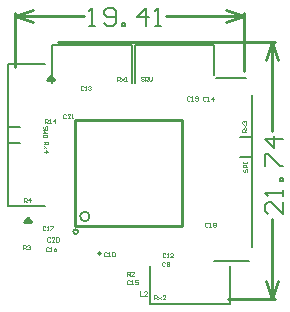
<source format=gto>
%FSLAX44Y44*%
%MOMM*%
G71*
G01*
G75*
G04 Layer_Color=65535*
%ADD10R,0.5500X0.6000*%
%ADD11R,0.8000X0.8000*%
%ADD12R,0.6000X0.5500*%
%ADD13R,1.4000X1.1500*%
%ADD14R,1.5000X0.3000*%
%ADD15R,0.3000X1.5000*%
G04:AMPARAMS|DCode=16|XSize=1.5mm|YSize=0.3mm|CornerRadius=0mm|HoleSize=0mm|Usage=FLASHONLY|Rotation=90.000|XOffset=0mm|YOffset=0mm|HoleType=Round|Shape=Octagon|*
%AMOCTAGOND16*
4,1,8,0.0750,0.7500,-0.0750,0.7500,-0.1500,0.6750,-0.1500,-0.6750,-0.0750,-0.7500,0.0750,-0.7500,0.1500,-0.6750,0.1500,0.6750,0.0750,0.7500,0.0*
%
%ADD16OCTAGOND16*%

%ADD17C,0.2000*%
%ADD18C,0.5000*%
%ADD19C,0.2540*%
%ADD20C,0.3000*%
%ADD21C,0.2032*%
%ADD22C,0.3048*%
%ADD23C,0.1778*%
%ADD24C,0.3500*%
%ADD25C,0.1800*%
%ADD26R,1.0160X1.5240*%
%ADD27O,1.0160X1.5240*%
%ADD28O,1.5240X1.0160*%
%ADD29R,1.5240X1.0160*%
G04:AMPARAMS|DCode=30|XSize=1.016mm|YSize=1.524mm|CornerRadius=0mm|HoleSize=0mm|Usage=FLASHONLY|Rotation=90.000|XOffset=0mm|YOffset=0mm|HoleType=Round|Shape=Octagon|*
%AMOCTAGOND30*
4,1,8,-0.7620,-0.2540,-0.7620,0.2540,-0.5080,0.5080,0.5080,0.5080,0.7620,0.2540,0.7620,-0.2540,0.5080,-0.5080,-0.5080,-0.5080,-0.7620,-0.2540,0.0*
%
%ADD30OCTAGOND30*%

%ADD31C,0.8000*%
%ADD32C,1.5000*%
%ADD33C,1.0160*%
%ADD34C,1.0000*%
%ADD35C,1.6160*%
%ADD36C,1.4160*%
%ADD37C,2.0160*%
%ADD38R,0.9500X0.9500*%
%ADD39R,1.3000X0.5000*%
%ADD40R,0.5000X1.1000*%
%ADD41R,0.9500X0.9500*%
%ADD42R,0.8000X1.2000*%
%ADD43P,1.3435X4X270.0*%
%ADD44R,0.6000X1.2000*%
G04:AMPARAMS|DCode=45|XSize=0.55mm|YSize=0.6mm|CornerRadius=0mm|HoleSize=0mm|Usage=FLASHONLY|Rotation=135.000|XOffset=0mm|YOffset=0mm|HoleType=Round|Shape=Rectangle|*
%AMROTATEDRECTD45*
4,1,4,0.4066,0.0177,-0.0177,-0.4066,-0.4066,-0.0177,0.0177,0.4066,0.4066,0.0177,0.0*
%
%ADD45ROTATEDRECTD45*%

G04:AMPARAMS|DCode=46|XSize=0.55mm|YSize=0.6mm|CornerRadius=0mm|HoleSize=0mm|Usage=FLASHONLY|Rotation=45.000|XOffset=0mm|YOffset=0mm|HoleType=Round|Shape=Rectangle|*
%AMROTATEDRECTD46*
4,1,4,0.0177,-0.4066,-0.4066,0.0177,-0.0177,0.4066,0.4066,-0.0177,0.0177,-0.4066,0.0*
%
%ADD46ROTATEDRECTD46*%

%ADD47R,1.1000X0.6500*%
G04:AMPARAMS|DCode=48|XSize=0.3454mm|YSize=0.7238mm|CornerRadius=0mm|HoleSize=0mm|Usage=FLASHONLY|Rotation=225.000|XOffset=0mm|YOffset=0mm|HoleType=Round|Shape=Octagon|*
%AMOCTAGOND48*
4,1,8,0.3170,-0.1948,0.1948,-0.3170,0.0727,-0.3170,-0.3170,0.0727,-0.3170,0.1948,-0.1948,0.3170,-0.0727,0.3170,0.3170,-0.0727,0.3170,-0.1948,0.0*
%
%ADD48OCTAGOND48*%

G04:AMPARAMS|DCode=49|XSize=0.3454mm|YSize=0.8mm|CornerRadius=0mm|HoleSize=0mm|Usage=FLASHONLY|Rotation=225.000|XOffset=0mm|YOffset=0mm|HoleType=Round|Shape=Rectangle|*
%AMROTATEDRECTD49*
4,1,4,-0.1607,0.4050,0.4050,-0.1607,0.1607,-0.4050,-0.4050,0.1607,-0.1607,0.4050,0.0*
%
%ADD49ROTATEDRECTD49*%

G04:AMPARAMS|DCode=50|XSize=0.3454mm|YSize=0.8mm|CornerRadius=0mm|HoleSize=0mm|Usage=FLASHONLY|Rotation=135.000|XOffset=0mm|YOffset=0mm|HoleType=Round|Shape=Rectangle|*
%AMROTATEDRECTD50*
4,1,4,0.4050,0.1607,-0.1607,-0.4050,-0.4050,-0.1607,0.1607,0.4050,0.4050,0.1607,0.0*
%
%ADD50ROTATEDRECTD50*%

G04:AMPARAMS|DCode=51|XSize=0.3454mm|YSize=0.8mm|CornerRadius=0mm|HoleSize=0mm|Usage=FLASHONLY|Rotation=135.000|XOffset=0mm|YOffset=0mm|HoleType=Round|Shape=Octagon|*
%AMOCTAGOND51*
4,1,8,-0.2218,-0.3439,-0.3439,-0.2218,-0.3439,-0.0997,0.0997,0.3439,0.2218,0.3439,0.3439,0.2218,0.3439,0.0997,-0.0997,-0.3439,-0.2218,-0.3439,0.0*
%
%ADD51OCTAGOND51*%

G04:AMPARAMS|DCode=52|XSize=0.3454mm|YSize=0.7238mm|CornerRadius=0mm|HoleSize=0mm|Usage=FLASHONLY|Rotation=135.000|XOffset=0mm|YOffset=0mm|HoleType=Round|Shape=Octagon|*
%AMOCTAGOND52*
4,1,8,-0.1948,-0.3170,-0.3170,-0.1948,-0.3170,-0.0727,0.0727,0.3170,0.1948,0.3170,0.3170,0.1948,0.3170,0.0727,-0.0727,-0.3170,-0.1948,-0.3170,0.0*
%
%ADD52OCTAGOND52*%

%ADD53C,0.1700*%
%ADD54C,0.1270*%
%ADD55C,0.1000*%
%ADD56C,0.1524*%
D17*
X-21584Y-71114D02*
G03*
X-21584Y-71114I-1000J0D01*
G01*
X-30960Y-39706D02*
G03*
X-30960Y-39706I-4000J0D01*
G01*
X-40634Y-52572D02*
G03*
X-40634Y-52572I-2000J0D01*
G01*
D19*
X-93974Y87048D02*
Y132842D01*
X100082Y83238D02*
Y132842D01*
X-93974Y130302D02*
X-35544D01*
X33524D02*
X100082D01*
X-93974D02*
X-78734Y125222D01*
X-93974Y130302D02*
X-78734Y135382D01*
X84842D02*
X100082Y130302D01*
X84842Y125222D02*
X100082Y130302D01*
X86540Y-109214D02*
X125984D01*
X-57732Y108210D02*
X125984D01*
X123444Y-109214D02*
Y-41639D01*
Y32507D02*
Y108210D01*
Y-109214D02*
X128524Y-93974D01*
X118364D02*
X123444Y-109214D01*
X118364Y92970D02*
X123444Y108210D01*
X128524Y92970D01*
X-66802Y76200D02*
X-63754Y79248D01*
X-66802Y76200D02*
X-60706D01*
X-63754Y79248D02*
X-60706Y76200D01*
X-86360Y-44196D02*
X-83312Y-41148D01*
X-86360Y-44196D02*
X-80264D01*
X-83312Y-41148D02*
X-80264Y-44196D01*
X-42960Y-47706D02*
X47040D01*
X-42960D02*
Y42294D01*
X47040Y42294D01*
X47040Y-47706D02*
X47040Y42294D01*
D54*
X74358Y-77386D02*
X104146D01*
X76206Y77698D02*
X101352D01*
X106358Y10198D02*
Y63506D01*
X-100250Y-31204D02*
X-68250D01*
X-100250D02*
Y36296D01*
X-89910D01*
X106358Y-65526D02*
Y27614D01*
X96526D02*
X106358D01*
X7150Y105486D02*
X74650D01*
Y80016D02*
Y105486D01*
X7150Y73486D02*
Y105486D01*
X-62700Y73486D02*
Y105486D01*
X4800Y73486D02*
Y105486D01*
X-62700D02*
X4800D01*
X96272Y10198D02*
X106358D01*
X-100250Y22136D02*
X-90164D01*
X-100250D02*
Y89636D01*
X-68250D01*
X87858Y-113712D02*
Y-81712D01*
X20358Y-113712D02*
X87858D01*
X20358D02*
Y-81712D01*
D55*
X-68580Y39116D02*
Y42615D01*
X-66831D01*
X-66247Y42032D01*
Y40865D01*
X-66831Y40282D01*
X-68580D01*
X-67414D02*
X-66247Y39116D01*
X-65081D02*
X-63915D01*
X-64498D01*
Y42615D01*
X-65081Y42032D01*
X-60416Y39116D02*
Y42615D01*
X-62165Y40865D01*
X-59833D01*
X99706Y561D02*
X99123Y-23D01*
Y-1189D01*
X99706Y-1772D01*
X100289D01*
X100873Y-1189D01*
Y-23D01*
X101456Y561D01*
X102039D01*
X102622Y-23D01*
Y-1189D01*
X102039Y-1772D01*
X102622Y1727D02*
X99123D01*
Y3476D01*
X99706Y4059D01*
X100873D01*
X101456Y3476D01*
Y1727D01*
X99123Y5226D02*
Y6392D01*
Y5809D01*
X102622D01*
Y5226D01*
Y6392D01*
X-87122Y-67564D02*
Y-64065D01*
X-85373D01*
X-84789Y-64648D01*
Y-65815D01*
X-85373Y-66398D01*
X-87122D01*
X-85956D02*
X-84789Y-67564D01*
X-83623Y-64648D02*
X-83040Y-64065D01*
X-81874D01*
X-81291Y-64648D01*
Y-65231D01*
X-81874Y-65815D01*
X-82457D01*
X-81874D01*
X-81291Y-66398D01*
Y-66981D01*
X-81874Y-67564D01*
X-83040D01*
X-83623Y-66981D01*
X14833Y77916D02*
X14249Y78499D01*
X13083D01*
X12500Y77916D01*
Y77333D01*
X13083Y76749D01*
X14249D01*
X14833Y76166D01*
Y75583D01*
X14249Y75000D01*
X13083D01*
X12500Y75583D01*
X15999Y75000D02*
Y78499D01*
X17748D01*
X18331Y77916D01*
Y76749D01*
X17748Y76166D01*
X15999D01*
X17165D02*
X18331Y75000D01*
X19498Y78499D02*
Y76166D01*
X20664Y75000D01*
X21830Y76166D01*
Y78499D01*
X-7500Y75000D02*
Y78499D01*
X-5751D01*
X-5167Y77916D01*
Y76749D01*
X-5751Y76166D01*
X-7500D01*
X-6334D02*
X-5167Y75000D01*
X-4001Y77333D02*
X-1669Y75000D01*
X-2835Y76166D01*
X-1669Y77333D01*
X-4001Y75000D01*
X-502D02*
X664D01*
X81D01*
Y78499D01*
X-502Y77916D01*
X-69850Y23622D02*
X-66351D01*
Y21873D01*
X-66934Y21289D01*
X-68101D01*
X-68684Y21873D01*
Y23622D01*
Y22456D02*
X-69850Y21289D01*
X-67517Y20123D02*
X-69850Y17791D01*
X-68684Y18957D01*
X-67517Y17791D01*
X-69850Y20123D01*
Y14875D02*
X-66351D01*
X-68101Y16624D01*
Y14292D01*
X101860Y31756D02*
X98361D01*
Y33505D01*
X98944Y34089D01*
X100111D01*
X100694Y33505D01*
Y31756D01*
Y32922D02*
X101860Y34089D01*
X99527Y35255D02*
X101860Y37587D01*
X100694Y36421D01*
X99527Y37587D01*
X101860Y35255D01*
X98944Y38754D02*
X98361Y39337D01*
Y40503D01*
X98944Y41086D01*
X99527D01*
X100111Y40503D01*
Y39920D01*
Y40503D01*
X100694Y41086D01*
X101277D01*
X101860Y40503D01*
Y39337D01*
X101277Y38754D01*
X-67188Y34243D02*
X-66605Y34827D01*
Y35993D01*
X-67188Y36576D01*
X-67771D01*
X-68355Y35993D01*
Y34827D01*
X-68938Y34243D01*
X-69521D01*
X-70104Y34827D01*
Y35993D01*
X-69521Y36576D01*
X-66605Y33077D02*
X-70104D01*
X-68938Y31911D01*
X-70104Y30745D01*
X-66605D01*
Y29578D02*
X-70104D01*
Y27829D01*
X-69521Y27246D01*
X-67188D01*
X-66605Y27829D01*
Y29578D01*
X11690Y-103175D02*
Y-106674D01*
X14023D01*
X17521D02*
X15189D01*
X17521Y-104341D01*
Y-103758D01*
X16938Y-103175D01*
X15772D01*
X15189Y-103758D01*
X-50747Y46356D02*
X-51331Y46939D01*
X-52497D01*
X-53080Y46356D01*
Y44023D01*
X-52497Y43440D01*
X-51331D01*
X-50747Y44023D01*
X-47249Y43440D02*
X-49581D01*
X-47249Y45773D01*
Y46356D01*
X-47832Y46939D01*
X-48998D01*
X-49581Y46356D01*
X-46082Y43440D02*
X-44916D01*
X-45499D01*
Y46939D01*
X-46082Y46356D01*
X33073Y-78866D02*
X32489Y-78283D01*
X31323D01*
X30740Y-78866D01*
Y-81199D01*
X31323Y-81782D01*
X32489D01*
X33073Y-81199D01*
X34239D02*
X34822Y-81782D01*
X35988D01*
X36571Y-81199D01*
Y-78866D01*
X35988Y-78283D01*
X34822D01*
X34239Y-78866D01*
Y-79449D01*
X34822Y-80033D01*
X36571D01*
X-64209Y-58038D02*
X-64793Y-57455D01*
X-65959D01*
X-66542Y-58038D01*
Y-60371D01*
X-65959Y-60954D01*
X-64793D01*
X-64209Y-60371D01*
X-60711Y-60954D02*
X-63043D01*
X-60711Y-58621D01*
Y-58038D01*
X-61294Y-57455D01*
X-62460D01*
X-63043Y-58038D01*
X-59544D02*
X-58961Y-57455D01*
X-57795D01*
X-57212Y-58038D01*
Y-60371D01*
X-57795Y-60954D01*
X-58961D01*
X-59544Y-60371D01*
Y-58038D01*
X-65479Y-66420D02*
X-66063Y-65837D01*
X-67229D01*
X-67812Y-66420D01*
Y-68753D01*
X-67229Y-69336D01*
X-66063D01*
X-65479Y-68753D01*
X-64313Y-69336D02*
X-63147D01*
X-63730D01*
Y-65837D01*
X-64313Y-66420D01*
X-59065Y-65837D02*
X-60231Y-66420D01*
X-61397Y-67587D01*
Y-68753D01*
X-60814Y-69336D01*
X-59648D01*
X-59065Y-68753D01*
Y-68170D01*
X-59648Y-67587D01*
X-61397D01*
X3355Y-94360D02*
X2771Y-93777D01*
X1605D01*
X1022Y-94360D01*
Y-96693D01*
X1605Y-97276D01*
X2771D01*
X3355Y-96693D01*
X4521Y-97276D02*
X5687D01*
X5104D01*
Y-93777D01*
X4521Y-94360D01*
X9769Y-93777D02*
X7437D01*
Y-95527D01*
X8603Y-94943D01*
X9186D01*
X9769Y-95527D01*
Y-96693D01*
X9186Y-97276D01*
X8020D01*
X7437Y-96693D01*
X-86614Y-27686D02*
Y-24187D01*
X-84865D01*
X-84281Y-24770D01*
Y-25937D01*
X-84865Y-26520D01*
X-86614D01*
X-85448D02*
X-84281Y-27686D01*
X-81366D02*
Y-24187D01*
X-83115Y-25937D01*
X-80783D01*
X1022Y-89910D02*
Y-86411D01*
X2771D01*
X3355Y-86994D01*
Y-88161D01*
X2771Y-88744D01*
X1022D01*
X2188D02*
X3355Y-89910D01*
X6853D02*
X4521D01*
X6853Y-87577D01*
Y-86994D01*
X6270Y-86411D01*
X5104D01*
X4521Y-86994D01*
X54155Y61342D02*
X53571Y61925D01*
X52405D01*
X51822Y61342D01*
Y59009D01*
X52405Y58426D01*
X53571D01*
X54155Y59009D01*
X55321Y58426D02*
X56487D01*
X55904D01*
Y61925D01*
X55321Y61342D01*
X58237Y59009D02*
X58820Y58426D01*
X59986D01*
X60569Y59009D01*
Y61342D01*
X59986Y61925D01*
X58820D01*
X58237Y61342D01*
Y60759D01*
X58820Y60175D01*
X60569D01*
X69395Y-45592D02*
X68811Y-45009D01*
X67645D01*
X67062Y-45592D01*
Y-47925D01*
X67645Y-48508D01*
X68811D01*
X69395Y-47925D01*
X70561Y-48508D02*
X71727D01*
X71144D01*
Y-45009D01*
X70561Y-45592D01*
X73477D02*
X74060Y-45009D01*
X75226D01*
X75809Y-45592D01*
Y-46175D01*
X75226Y-46759D01*
X75809Y-47342D01*
Y-47925D01*
X75226Y-48508D01*
X74060D01*
X73477Y-47925D01*
Y-47342D01*
X74060Y-46759D01*
X73477Y-46175D01*
Y-45592D01*
X74060Y-46759D02*
X75226D01*
X-68279Y-48646D02*
X-68863Y-48063D01*
X-70029D01*
X-70612Y-48646D01*
Y-50979D01*
X-70029Y-51562D01*
X-68863D01*
X-68279Y-50979D01*
X-67113Y-51562D02*
X-65947D01*
X-66530D01*
Y-48063D01*
X-67113Y-48646D01*
X-64197Y-48063D02*
X-61865D01*
Y-48646D01*
X-64197Y-50979D01*
Y-51562D01*
X67617Y61088D02*
X67033Y61671D01*
X65867D01*
X65284Y61088D01*
Y58755D01*
X65867Y58172D01*
X67033D01*
X67617Y58755D01*
X68783Y58172D02*
X69949D01*
X69366D01*
Y61671D01*
X68783Y61088D01*
X73448Y58172D02*
Y61671D01*
X71699Y59921D01*
X74031D01*
X-36015Y70232D02*
X-36599Y70815D01*
X-37765D01*
X-38348Y70232D01*
Y67899D01*
X-37765Y67316D01*
X-36599D01*
X-36015Y67899D01*
X-34849Y67316D02*
X-33683D01*
X-34266D01*
Y70815D01*
X-34849Y70232D01*
X-31933D02*
X-31350Y70815D01*
X-30184D01*
X-29601Y70232D01*
Y69649D01*
X-30184Y69065D01*
X-30767D01*
X-30184D01*
X-29601Y68482D01*
Y67899D01*
X-30184Y67316D01*
X-31350D01*
X-31933Y67899D01*
X33327Y-71500D02*
X32743Y-70917D01*
X31577D01*
X30994Y-71500D01*
Y-73833D01*
X31577Y-74416D01*
X32743D01*
X33327Y-73833D01*
X34493Y-74416D02*
X35659D01*
X35076D01*
Y-70917D01*
X34493Y-71500D01*
X39741Y-74416D02*
X37409D01*
X39741Y-72083D01*
Y-71500D01*
X39158Y-70917D01*
X37992D01*
X37409Y-71500D01*
X-16203Y-70484D02*
X-16787Y-69901D01*
X-17953D01*
X-18536Y-70484D01*
Y-72817D01*
X-17953Y-73400D01*
X-16787D01*
X-16203Y-72817D01*
X-15037Y-73400D02*
X-13871D01*
X-14454D01*
Y-69901D01*
X-15037Y-70484D01*
X-12121D02*
X-11538Y-69901D01*
X-10372D01*
X-9789Y-70484D01*
Y-72817D01*
X-10372Y-73400D01*
X-11538D01*
X-12121Y-72817D01*
Y-70484D01*
X23882Y-109976D02*
Y-106477D01*
X25631D01*
X26215Y-107060D01*
Y-108227D01*
X25631Y-108810D01*
X23882D01*
X25048D02*
X26215Y-109976D01*
X27381Y-107643D02*
X29713Y-109976D01*
X28547Y-108810D01*
X29713Y-107643D01*
X27381Y-109976D01*
X33212D02*
X30880D01*
X33212Y-107643D01*
Y-107060D01*
X32629Y-106477D01*
X31463D01*
X30880Y-107060D01*
D56*
X-31480Y121160D02*
X-26402D01*
X-28941D01*
Y136396D01*
X-31480Y133856D01*
X-18784Y123700D02*
X-16245Y121160D01*
X-11167D01*
X-8627Y123700D01*
Y133856D01*
X-11167Y136396D01*
X-16245D01*
X-18784Y133856D01*
Y131317D01*
X-16245Y128778D01*
X-8627D01*
X-3549Y121160D02*
Y123700D01*
X-1010D01*
Y121160D01*
X-3549D01*
X16764D02*
Y136396D01*
X9147Y128778D01*
X19303D01*
X24382Y121160D02*
X29460D01*
X26921D01*
Y136396D01*
X24382Y133856D01*
X132585Y-27419D02*
Y-37575D01*
X122429Y-27419D01*
X119890D01*
X117351Y-29958D01*
Y-35036D01*
X119890Y-37575D01*
X132585Y-22340D02*
Y-17262D01*
Y-19801D01*
X117351D01*
X119890Y-22340D01*
X132585Y-9644D02*
X130046D01*
Y-7105D01*
X132585D01*
Y-9644D01*
X117351Y3052D02*
Y13208D01*
X119890D01*
X130046Y3052D01*
X132585D01*
Y25904D02*
X117351D01*
X124968Y18287D01*
Y28443D01*
M02*

</source>
